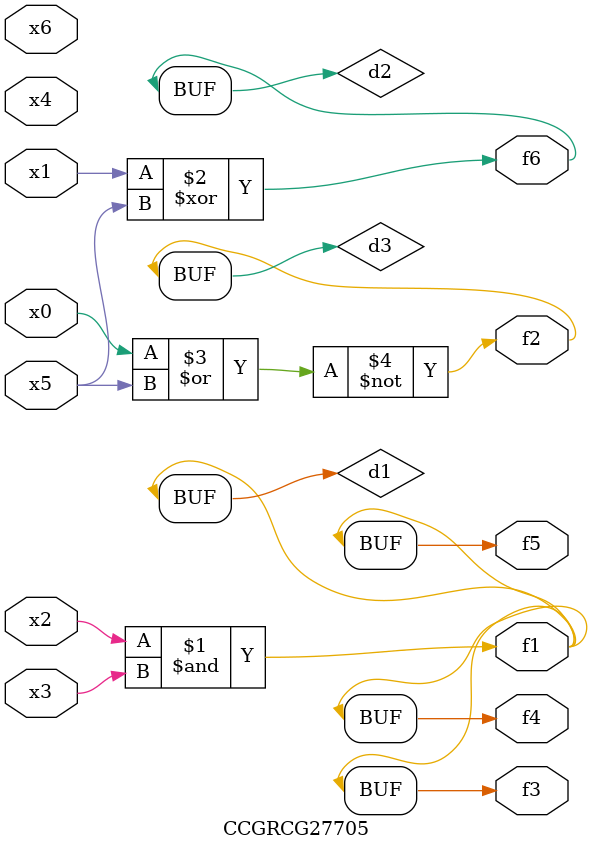
<source format=v>
module CCGRCG27705(
	input x0, x1, x2, x3, x4, x5, x6,
	output f1, f2, f3, f4, f5, f6
);

	wire d1, d2, d3;

	and (d1, x2, x3);
	xor (d2, x1, x5);
	nor (d3, x0, x5);
	assign f1 = d1;
	assign f2 = d3;
	assign f3 = d1;
	assign f4 = d1;
	assign f5 = d1;
	assign f6 = d2;
endmodule

</source>
